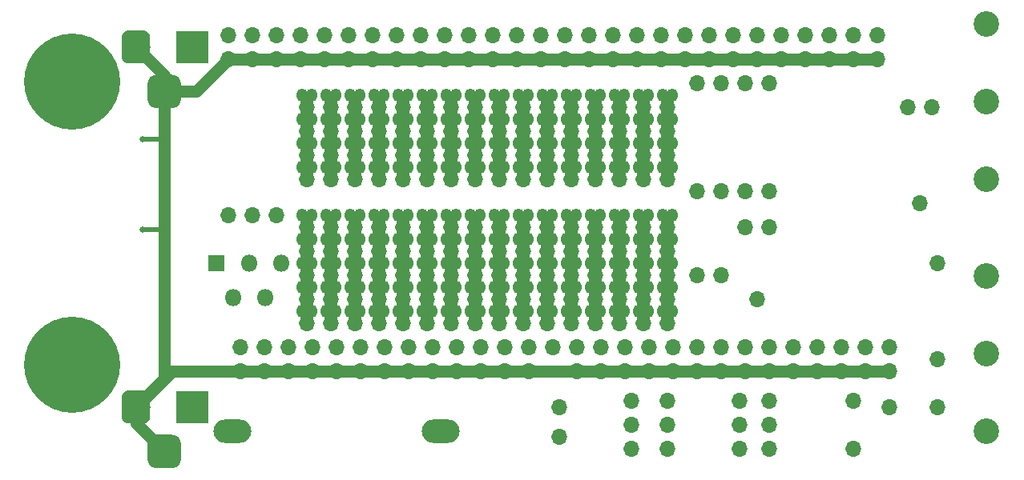
<source format=gbl>
G04 #@! TF.GenerationSoftware,KiCad,Pcbnew,5.0.2+dfsg1-1~bpo9+1*
G04 #@! TF.CreationDate,2020-03-15T02:37:36-04:00*
G04 #@! TF.ProjectId,EDIT_C,45444954-5f43-42e6-9b69-6361645f7063,0.10.a*
G04 #@! TF.SameCoordinates,Original*
G04 #@! TF.FileFunction,Copper,L2,Bot*
G04 #@! TF.FilePolarity,Positive*
%FSLAX46Y46*%
G04 Gerber Fmt 4.6, Leading zero omitted, Abs format (unit mm)*
G04 Created by KiCad (PCBNEW 5.0.2+dfsg1-1~bpo9+1) date Sun 15 Mar 2020 02:37:36 AM EDT*
%MOMM*%
%LPD*%
G01*
G04 APERTURE LIST*
G04 #@! TA.AperFunction,ComponentPad*
%ADD10O,1.700000X1.700000*%
G04 #@! TD*
G04 #@! TA.AperFunction,ComponentPad*
%ADD11C,2.700000*%
G04 #@! TD*
G04 #@! TA.AperFunction,ComponentPad*
%ADD12O,1.200000X1.400000*%
G04 #@! TD*
G04 #@! TA.AperFunction,ComponentPad*
%ADD13R,3.500000X3.500000*%
G04 #@! TD*
G04 #@! TA.AperFunction,Conductor*
%ADD14C,0.150000*%
G04 #@! TD*
G04 #@! TA.AperFunction,ComponentPad*
%ADD15C,3.000000*%
G04 #@! TD*
G04 #@! TA.AperFunction,ComponentPad*
%ADD16C,3.500000*%
G04 #@! TD*
G04 #@! TA.AperFunction,ComponentPad*
%ADD17O,4.000500X2.499360*%
G04 #@! TD*
G04 #@! TA.AperFunction,ComponentPad*
%ADD18O,1.800000X1.800000*%
G04 #@! TD*
G04 #@! TA.AperFunction,ComponentPad*
%ADD19R,1.800000X1.800000*%
G04 #@! TD*
G04 #@! TA.AperFunction,ComponentPad*
%ADD20C,10.160000*%
G04 #@! TD*
G04 #@! TA.AperFunction,ViaPad*
%ADD21C,0.635000*%
G04 #@! TD*
G04 #@! TA.AperFunction,Conductor*
%ADD22C,0.406400*%
G04 #@! TD*
G04 #@! TA.AperFunction,Conductor*
%ADD23C,1.270000*%
G04 #@! TD*
G04 #@! TA.AperFunction,Conductor*
%ADD24C,0.508000*%
G04 #@! TD*
G04 APERTURE END LIST*
D10*
G04 #@! TO.P,REF\002A\002A,1*
G04 #@! TO.N,N/C*
X109220000Y-91440000D03*
G04 #@! TD*
G04 #@! TO.P,REF\002A\002A,1*
G04 #@! TO.N,N/C*
X109220000Y-101600000D03*
G04 #@! TD*
G04 #@! TO.P,REF\002A\002A,1*
G04 #@! TO.N,N/C*
X107315000Y-85090000D03*
G04 #@! TD*
G04 #@! TO.P,REF\002A\002A,1*
G04 #@! TO.N,N/C*
X108585000Y-74930000D03*
G04 #@! TD*
G04 #@! TO.P,REF\002A\002A,1*
G04 #@! TO.N,N/C*
X106045000Y-74930000D03*
G04 #@! TD*
G04 #@! TO.P,REF\002A\002A,1*
G04 #@! TO.N,N/C*
X83820000Y-72390000D03*
G04 #@! TD*
G04 #@! TO.P,REF\002A\002A,1*
G04 #@! TO.N,N/C*
X39370000Y-86360000D03*
G04 #@! TD*
G04 #@! TO.P,REF\002A\002A,1*
G04 #@! TO.N,N/C*
X36830000Y-86360000D03*
G04 #@! TD*
G04 #@! TO.P,REF\002A\002A,1*
G04 #@! TO.N,N/C*
X34290000Y-86360000D03*
G04 #@! TD*
G04 #@! TO.P,REF\002A\002A,1*
G04 #@! TO.N,N/C*
X109220000Y-106680000D03*
G04 #@! TD*
G04 #@! TO.P,REF\002A\002A,1*
G04 #@! TO.N,N/C*
X104140000Y-106680000D03*
G04 #@! TD*
G04 #@! TO.P,REF\002A\002A,1*
G04 #@! TO.N,N/C*
X86360000Y-92710000D03*
G04 #@! TD*
G04 #@! TO.P,REF\002A\002A,1*
G04 #@! TO.N,N/C*
X83820000Y-92710000D03*
G04 #@! TD*
G04 #@! TO.P,REF\002A\002A,1*
G04 #@! TO.N,N/C*
X90170000Y-95250000D03*
G04 #@! TD*
G04 #@! TO.P,REF\002A\002A,1*
G04 #@! TO.N,N/C*
X91440000Y-87630000D03*
G04 #@! TD*
G04 #@! TO.P,REF\002A\002A,1*
G04 #@! TO.N,N/C*
X88900000Y-87630000D03*
G04 #@! TD*
D11*
G04 #@! TO.P,J47,3*
G04 #@! TO.N,N/C*
X114380000Y-109290000D03*
G04 #@! TO.P,J47,2*
X114380000Y-101040000D03*
G04 #@! TO.P,J47,1*
X114380000Y-92790000D03*
G04 #@! TD*
D10*
G04 #@! TO.P,REF\002A\002A,1*
G04 #@! TO.N,N/C*
X88900000Y-72390000D03*
G04 #@! TD*
G04 #@! TO.P,REF\002A\002A,1*
G04 #@! TO.N,N/C*
X91440000Y-72390000D03*
G04 #@! TD*
G04 #@! TO.P,REF\002A\002A,1*
G04 #@! TO.N,N/C*
X86360000Y-72390000D03*
G04 #@! TD*
G04 #@! TO.P,REF\002A\002A,1*
G04 #@! TO.N,N/C*
X88900000Y-83820000D03*
G04 #@! TD*
G04 #@! TO.P,REF\002A\002A,1*
G04 #@! TO.N,N/C*
X91440000Y-83820000D03*
G04 #@! TD*
G04 #@! TO.P,REF\002A\002A,1*
G04 #@! TO.N,N/C*
X86360000Y-83820000D03*
G04 #@! TD*
G04 #@! TO.P,REF\002A\002A,1*
G04 #@! TO.N,N/C*
X83820000Y-83820000D03*
G04 #@! TD*
G04 #@! TO.P,REF\002A\002A,1*
G04 #@! TO.N,N/C*
X91440000Y-108585000D03*
G04 #@! TD*
G04 #@! TO.P,REF\002A\002A,1*
G04 #@! TO.N,N/C*
X91440000Y-106045000D03*
G04 #@! TD*
G04 #@! TO.P,REF\002A\002A,1*
G04 #@! TO.N,N/C*
X91440000Y-111125000D03*
G04 #@! TD*
G04 #@! TO.P,REF\002A\002A,1*
G04 #@! TO.N,N/C*
X100330000Y-111125000D03*
G04 #@! TD*
G04 #@! TO.P,REF\002A\002A,1*
G04 #@! TO.N,N/C*
X100330000Y-106045000D03*
G04 #@! TD*
G04 #@! TO.P,REF\002A\002A,1*
G04 #@! TO.N,N/C*
X80645000Y-108585000D03*
G04 #@! TD*
G04 #@! TO.P,REF\002A\002A,1*
G04 #@! TO.N,N/C*
X80645000Y-106045000D03*
G04 #@! TD*
G04 #@! TO.P,REF\002A\002A,1*
G04 #@! TO.N,N/C*
X80645000Y-111125000D03*
G04 #@! TD*
G04 #@! TO.P,REF\002A\002A,1*
G04 #@! TO.N,N/C*
X88265000Y-108585000D03*
G04 #@! TD*
G04 #@! TO.P,REF\002A\002A,1*
G04 #@! TO.N,N/C*
X88265000Y-111125000D03*
G04 #@! TD*
G04 #@! TO.P,REF\002A\002A,1*
G04 #@! TO.N,N/C*
X88265000Y-106045000D03*
G04 #@! TD*
G04 #@! TO.P,REF\002A\002A,1*
G04 #@! TO.N,N/C*
X76835000Y-106045000D03*
G04 #@! TD*
G04 #@! TO.P,REF\002A\002A,1*
G04 #@! TO.N,N/C*
X76835000Y-108585000D03*
G04 #@! TD*
G04 #@! TO.P,REF\002A\002A,1*
G04 #@! TO.N,N/C*
X76835000Y-111125000D03*
G04 #@! TD*
G04 #@! TO.P,REF\002A\002A,1*
G04 #@! TO.N,N/C*
X69215000Y-109855000D03*
G04 #@! TD*
G04 #@! TO.P,REF\002A\002A,1*
G04 #@! TO.N,N/C*
X69215000Y-106680000D03*
G04 #@! TD*
G04 #@! TO.P,REF\002A\002A,1*
G04 #@! TO.N,N/C*
X90170000Y-67310000D03*
G04 #@! TD*
G04 #@! TO.P,REF\002A\002A,1*
G04 #@! TO.N,N/C*
X87630000Y-69850000D03*
G04 #@! TD*
G04 #@! TO.P,REF\002A\002A,1*
G04 #@! TO.N,N/C*
X82550000Y-69850000D03*
G04 #@! TD*
G04 #@! TO.P,REF\002A\002A,1*
G04 #@! TO.N,N/C*
X97790000Y-69850000D03*
G04 #@! TD*
G04 #@! TO.P,REF\002A\002A,1*
G04 #@! TO.N,N/C*
X69850000Y-67310000D03*
G04 #@! TD*
G04 #@! TO.P,REF\002A\002A,1*
G04 #@! TO.N,N/C*
X85090000Y-67310000D03*
G04 #@! TD*
G04 #@! TO.P,REF\002A\002A,1*
G04 #@! TO.N,N/C*
X87630000Y-67310000D03*
G04 #@! TD*
G04 #@! TO.P,REF\002A\002A,1*
G04 #@! TO.N,N/C*
X92710000Y-67310000D03*
G04 #@! TD*
G04 #@! TO.P,REF\002A\002A,1*
G04 #@! TO.N,N/C*
X82550000Y-67310000D03*
G04 #@! TD*
G04 #@! TO.P,REF\002A\002A,1*
G04 #@! TO.N,N/C*
X72390000Y-69850000D03*
G04 #@! TD*
G04 #@! TO.P,REF\002A\002A,1*
G04 #@! TO.N,N/C*
X90170000Y-69850000D03*
G04 #@! TD*
G04 #@! TO.P,REF\002A\002A,1*
G04 #@! TO.N,N/C*
X95250000Y-69850000D03*
G04 #@! TD*
G04 #@! TO.P,REF\002A\002A,1*
G04 #@! TO.N,N/C*
X102870000Y-69850000D03*
G04 #@! TD*
G04 #@! TO.P,REF\002A\002A,1*
G04 #@! TO.N,N/C*
X69850000Y-69850000D03*
G04 #@! TD*
G04 #@! TO.P,REF\002A\002A,1*
G04 #@! TO.N,N/C*
X95250000Y-67310000D03*
G04 #@! TD*
G04 #@! TO.P,REF\002A\002A,1*
G04 #@! TO.N,N/C*
X74930000Y-67310000D03*
G04 #@! TD*
G04 #@! TO.P,REF\002A\002A,1*
G04 #@! TO.N,N/C*
X92710000Y-69850000D03*
G04 #@! TD*
G04 #@! TO.P,REF\002A\002A,1*
G04 #@! TO.N,N/C*
X77470000Y-69850000D03*
G04 #@! TD*
G04 #@! TO.P,REF\002A\002A,1*
G04 #@! TO.N,N/C*
X102870000Y-67310000D03*
G04 #@! TD*
G04 #@! TO.P,REF\002A\002A,1*
G04 #@! TO.N,N/C*
X77470000Y-67310000D03*
G04 #@! TD*
G04 #@! TO.P,REF\002A\002A,1*
G04 #@! TO.N,N/C*
X80010000Y-67310000D03*
G04 #@! TD*
G04 #@! TO.P,REF\002A\002A,1*
G04 #@! TO.N,N/C*
X100330000Y-67310000D03*
G04 #@! TD*
G04 #@! TO.P,REF\002A\002A,1*
G04 #@! TO.N,N/C*
X72390000Y-67310000D03*
G04 #@! TD*
G04 #@! TO.P,REF\002A\002A,1*
G04 #@! TO.N,N/C*
X74930000Y-69850000D03*
G04 #@! TD*
G04 #@! TO.P,REF\002A\002A,1*
G04 #@! TO.N,N/C*
X80010000Y-69850000D03*
G04 #@! TD*
G04 #@! TO.P,REF\002A\002A,1*
G04 #@! TO.N,N/C*
X100330000Y-69850000D03*
G04 #@! TD*
G04 #@! TO.P,REF\002A\002A,1*
G04 #@! TO.N,N/C*
X97790000Y-67310000D03*
G04 #@! TD*
G04 #@! TO.P,REF\002A\002A,1*
G04 #@! TO.N,N/C*
X85090000Y-69850000D03*
G04 #@! TD*
G04 #@! TO.P,REF\002A\002A,1*
G04 #@! TO.N,N/C*
X104140000Y-102870000D03*
G04 #@! TD*
G04 #@! TO.P,REF\002A\002A,1*
G04 #@! TO.N,N/C*
X81280000Y-102870000D03*
G04 #@! TD*
G04 #@! TO.P,REF\002A\002A,1*
G04 #@! TO.N,N/C*
X76200000Y-102870000D03*
G04 #@! TD*
G04 #@! TO.P,REF\002A\002A,1*
G04 #@! TO.N,N/C*
X96520000Y-102870000D03*
G04 #@! TD*
G04 #@! TO.P,REF\002A\002A,1*
G04 #@! TO.N,N/C*
X71120000Y-102870000D03*
G04 #@! TD*
G04 #@! TO.P,REF\002A\002A,1*
G04 #@! TO.N,N/C*
X91440000Y-102870000D03*
G04 #@! TD*
G04 #@! TO.P,REF\002A\002A,1*
G04 #@! TO.N,N/C*
X99060000Y-102870000D03*
G04 #@! TD*
G04 #@! TO.P,REF\002A\002A,1*
G04 #@! TO.N,N/C*
X78740000Y-102870000D03*
G04 #@! TD*
G04 #@! TO.P,REF\002A\002A,1*
G04 #@! TO.N,N/C*
X93980000Y-102870000D03*
G04 #@! TD*
G04 #@! TO.P,REF\002A\002A,1*
G04 #@! TO.N,N/C*
X101600000Y-102870000D03*
G04 #@! TD*
G04 #@! TO.P,REF\002A\002A,1*
G04 #@! TO.N,N/C*
X73660000Y-102870000D03*
G04 #@! TD*
G04 #@! TO.P,REF\002A\002A,1*
G04 #@! TO.N,N/C*
X86360000Y-102870000D03*
G04 #@! TD*
G04 #@! TO.P,REF\002A\002A,1*
G04 #@! TO.N,N/C*
X88900000Y-102870000D03*
G04 #@! TD*
G04 #@! TO.P,REF\002A\002A,1*
G04 #@! TO.N,N/C*
X83820000Y-102870000D03*
G04 #@! TD*
G04 #@! TO.P,REF\002A\002A,1*
G04 #@! TO.N,N/C*
X96520000Y-100330000D03*
G04 #@! TD*
G04 #@! TO.P,REF\002A\002A,1*
G04 #@! TO.N,N/C*
X91440000Y-100330000D03*
G04 #@! TD*
G04 #@! TO.P,REF\002A\002A,1*
G04 #@! TO.N,N/C*
X104140000Y-100330000D03*
G04 #@! TD*
G04 #@! TO.P,REF\002A\002A,1*
G04 #@! TO.N,N/C*
X86360000Y-100330000D03*
G04 #@! TD*
G04 #@! TO.P,REF\002A\002A,1*
G04 #@! TO.N,N/C*
X88900000Y-100330000D03*
G04 #@! TD*
G04 #@! TO.P,REF\002A\002A,1*
G04 #@! TO.N,N/C*
X73660000Y-100330000D03*
G04 #@! TD*
G04 #@! TO.P,REF\002A\002A,1*
G04 #@! TO.N,N/C*
X78740000Y-100330000D03*
G04 #@! TD*
G04 #@! TO.P,REF\002A\002A,1*
G04 #@! TO.N,N/C*
X93980000Y-100330000D03*
G04 #@! TD*
G04 #@! TO.P,REF\002A\002A,1*
G04 #@! TO.N,N/C*
X81280000Y-100330000D03*
G04 #@! TD*
G04 #@! TO.P,REF\002A\002A,1*
G04 #@! TO.N,N/C*
X99060000Y-100330000D03*
G04 #@! TD*
G04 #@! TO.P,REF\002A\002A,1*
G04 #@! TO.N,N/C*
X76200000Y-100330000D03*
G04 #@! TD*
G04 #@! TO.P,REF\002A\002A,1*
G04 #@! TO.N,N/C*
X101600000Y-100330000D03*
G04 #@! TD*
G04 #@! TO.P,REF\002A\002A,1*
G04 #@! TO.N,N/C*
X83820000Y-100330000D03*
G04 #@! TD*
G04 #@! TO.P,REF\002A\002A,1*
G04 #@! TO.N,N/C*
X71120000Y-100330000D03*
G04 #@! TD*
G04 #@! TO.P,REF\002A\002A,1*
G04 #@! TO.N,N/C*
X70485000Y-92710000D03*
G04 #@! TD*
G04 #@! TO.P,REF\002A\002A,1*
G04 #@! TO.N,N/C*
X78105000Y-74930000D03*
G04 #@! TD*
G04 #@! TO.P,REF\002A\002A,1*
G04 #@! TO.N,N/C*
X73025000Y-97790000D03*
G04 #@! TD*
G04 #@! TO.P,REF\002A\002A,1*
G04 #@! TO.N,N/C*
X78105000Y-80010000D03*
G04 #@! TD*
G04 #@! TO.P,REF\002A\002A,1*
G04 #@! TO.N,N/C*
X70485000Y-80010000D03*
G04 #@! TD*
G04 #@! TO.P,REF\002A\002A,1*
G04 #@! TO.N,N/C*
X75565000Y-77470000D03*
G04 #@! TD*
G04 #@! TO.P,REF\002A\002A,1*
G04 #@! TO.N,N/C*
X75565000Y-74930000D03*
G04 #@! TD*
G04 #@! TO.P,REF\002A\002A,1*
G04 #@! TO.N,N/C*
X67945000Y-82550000D03*
G04 #@! TD*
G04 #@! TO.P,REF\002A\002A,1*
G04 #@! TO.N,N/C*
X65405000Y-82550000D03*
G04 #@! TD*
G04 #@! TO.P,REF\002A\002A,1*
G04 #@! TO.N,N/C*
X67945000Y-80010000D03*
G04 #@! TD*
G04 #@! TO.P,REF\002A\002A,1*
G04 #@! TO.N,N/C*
X67945000Y-77470000D03*
G04 #@! TD*
G04 #@! TO.P,REF\002A\002A,1*
G04 #@! TO.N,N/C*
X65405000Y-77470000D03*
G04 #@! TD*
D12*
G04 #@! TO.P,P?,8*
G04 #@! TO.N,N/C*
X81180000Y-78740000D03*
G04 #@! TO.P,P?,7*
X80110000Y-78740000D03*
G04 #@! TO.P,P?,6*
X78640000Y-78740000D03*
G04 #@! TO.P,P?,5*
X77570000Y-78740000D03*
G04 #@! TO.P,P?,4*
X76100000Y-78740000D03*
G04 #@! TO.P,P?,3*
X75030000Y-78740000D03*
G04 #@! TO.P,P?,2*
X73560000Y-78740000D03*
G04 #@! TO.P,P?,1*
X72490000Y-78740000D03*
G04 #@! TD*
D10*
G04 #@! TO.P,REF\002A\002A,1*
G04 #@! TO.N,N/C*
X73025000Y-95250000D03*
G04 #@! TD*
G04 #@! TO.P,REF\002A\002A,1*
G04 #@! TO.N,N/C*
X80645000Y-77470000D03*
G04 #@! TD*
G04 #@! TO.P,REF\002A\002A,1*
G04 #@! TO.N,N/C*
X62865000Y-80010000D03*
G04 #@! TD*
G04 #@! TO.P,REF\002A\002A,1*
G04 #@! TO.N,N/C*
X80645000Y-80010000D03*
G04 #@! TD*
D12*
G04 #@! TO.P,P?,8*
G04 #@! TO.N,N/C*
X81180000Y-73660000D03*
G04 #@! TO.P,P?,7*
X80110000Y-73660000D03*
G04 #@! TO.P,P?,6*
X78640000Y-73660000D03*
G04 #@! TO.P,P?,5*
X77570000Y-73660000D03*
G04 #@! TO.P,P?,4*
X76100000Y-73660000D03*
G04 #@! TO.P,P?,3*
X75030000Y-73660000D03*
G04 #@! TO.P,P?,2*
X73560000Y-73660000D03*
G04 #@! TO.P,P?,1*
X72490000Y-73660000D03*
G04 #@! TD*
G04 #@! TO.P,P?,8*
G04 #@! TO.N,N/C*
X81180000Y-81280000D03*
G04 #@! TO.P,P?,7*
X80110000Y-81280000D03*
G04 #@! TO.P,P?,6*
X78640000Y-81280000D03*
G04 #@! TO.P,P?,5*
X77570000Y-81280000D03*
G04 #@! TO.P,P?,4*
X76100000Y-81280000D03*
G04 #@! TO.P,P?,3*
X75030000Y-81280000D03*
G04 #@! TO.P,P?,2*
X73560000Y-81280000D03*
G04 #@! TO.P,P?,1*
X72490000Y-81280000D03*
G04 #@! TD*
D10*
G04 #@! TO.P,REF\002A\002A,1*
G04 #@! TO.N,N/C*
X62865000Y-82550000D03*
G04 #@! TD*
G04 #@! TO.P,REF\002A\002A,1*
G04 #@! TO.N,N/C*
X62865000Y-74930000D03*
G04 #@! TD*
G04 #@! TO.P,REF\002A\002A,1*
G04 #@! TO.N,N/C*
X78105000Y-97790000D03*
G04 #@! TD*
G04 #@! TO.P,REF\002A\002A,1*
G04 #@! TO.N,N/C*
X65405000Y-90170000D03*
G04 #@! TD*
G04 #@! TO.P,REF\002A\002A,1*
G04 #@! TO.N,N/C*
X67945000Y-74930000D03*
G04 #@! TD*
G04 #@! TO.P,REF\002A\002A,1*
G04 #@! TO.N,N/C*
X75565000Y-82550000D03*
G04 #@! TD*
G04 #@! TO.P,REF\002A\002A,1*
G04 #@! TO.N,N/C*
X78105000Y-90170000D03*
G04 #@! TD*
G04 #@! TO.P,REF\002A\002A,1*
G04 #@! TO.N,N/C*
X65405000Y-97790000D03*
G04 #@! TD*
G04 #@! TO.P,REF\002A\002A,1*
G04 #@! TO.N,N/C*
X62865000Y-87630000D03*
G04 #@! TD*
G04 #@! TO.P,REF\002A\002A,1*
G04 #@! TO.N,N/C*
X62865000Y-90170000D03*
G04 #@! TD*
G04 #@! TO.P,REF\002A\002A,1*
G04 #@! TO.N,N/C*
X67945000Y-95250000D03*
G04 #@! TD*
G04 #@! TO.P,REF\002A\002A,1*
G04 #@! TO.N,N/C*
X67945000Y-92710000D03*
G04 #@! TD*
G04 #@! TO.P,REF\002A\002A,1*
G04 #@! TO.N,N/C*
X70485000Y-97790000D03*
G04 #@! TD*
G04 #@! TO.P,REF\002A\002A,1*
G04 #@! TO.N,N/C*
X70485000Y-90170000D03*
G04 #@! TD*
G04 #@! TO.P,REF\002A\002A,1*
G04 #@! TO.N,N/C*
X78105000Y-92710000D03*
G04 #@! TD*
G04 #@! TO.P,REF\002A\002A,1*
G04 #@! TO.N,N/C*
X70485000Y-74930000D03*
G04 #@! TD*
G04 #@! TO.P,REF\002A\002A,1*
G04 #@! TO.N,N/C*
X78105000Y-77470000D03*
G04 #@! TD*
D12*
G04 #@! TO.P,P?,1*
G04 #@! TO.N,N/C*
X62330000Y-73660000D03*
G04 #@! TO.P,P?,2*
X63400000Y-73660000D03*
G04 #@! TO.P,P?,3*
X64870000Y-73660000D03*
G04 #@! TO.P,P?,4*
X65940000Y-73660000D03*
G04 #@! TO.P,P?,5*
X67410000Y-73660000D03*
G04 #@! TO.P,P?,6*
X68480000Y-73660000D03*
G04 #@! TO.P,P?,7*
X69950000Y-73660000D03*
G04 #@! TO.P,P?,8*
X71020000Y-73660000D03*
G04 #@! TD*
G04 #@! TO.P,P?,1*
G04 #@! TO.N,N/C*
X62330000Y-81280000D03*
G04 #@! TO.P,P?,2*
X63400000Y-81280000D03*
G04 #@! TO.P,P?,3*
X64870000Y-81280000D03*
G04 #@! TO.P,P?,4*
X65940000Y-81280000D03*
G04 #@! TO.P,P?,5*
X67410000Y-81280000D03*
G04 #@! TO.P,P?,6*
X68480000Y-81280000D03*
G04 #@! TO.P,P?,7*
X69950000Y-81280000D03*
G04 #@! TO.P,P?,8*
X71020000Y-81280000D03*
G04 #@! TD*
D10*
G04 #@! TO.P,REF\002A\002A,1*
G04 #@! TO.N,N/C*
X75565000Y-92710000D03*
G04 #@! TD*
G04 #@! TO.P,REF\002A\002A,1*
G04 #@! TO.N,N/C*
X75565000Y-90170000D03*
G04 #@! TD*
G04 #@! TO.P,REF\002A\002A,1*
G04 #@! TO.N,N/C*
X70485000Y-77470000D03*
G04 #@! TD*
G04 #@! TO.P,REF\002A\002A,1*
G04 #@! TO.N,N/C*
X73025000Y-82550000D03*
G04 #@! TD*
G04 #@! TO.P,REF\002A\002A,1*
G04 #@! TO.N,N/C*
X70485000Y-95250000D03*
G04 #@! TD*
G04 #@! TO.P,REF\002A\002A,1*
G04 #@! TO.N,N/C*
X80645000Y-82550000D03*
G04 #@! TD*
G04 #@! TO.P,REF\002A\002A,1*
G04 #@! TO.N,N/C*
X80645000Y-74930000D03*
G04 #@! TD*
G04 #@! TO.P,REF\002A\002A,1*
G04 #@! TO.N,N/C*
X62865000Y-95250000D03*
G04 #@! TD*
D12*
G04 #@! TO.P,P?,1*
G04 #@! TO.N,N/C*
X62330000Y-76200000D03*
G04 #@! TO.P,P?,2*
X63400000Y-76200000D03*
G04 #@! TO.P,P?,3*
X64870000Y-76200000D03*
G04 #@! TO.P,P?,4*
X65940000Y-76200000D03*
G04 #@! TO.P,P?,5*
X67410000Y-76200000D03*
G04 #@! TO.P,P?,6*
X68480000Y-76200000D03*
G04 #@! TO.P,P?,7*
X69950000Y-76200000D03*
G04 #@! TO.P,P?,8*
X71020000Y-76200000D03*
G04 #@! TD*
D10*
G04 #@! TO.P,REF\002A\002A,1*
G04 #@! TO.N,N/C*
X62865000Y-92710000D03*
G04 #@! TD*
G04 #@! TO.P,REF\002A\002A,1*
G04 #@! TO.N,N/C*
X73025000Y-80010000D03*
G04 #@! TD*
D12*
G04 #@! TO.P,P?,1*
G04 #@! TO.N,N/C*
X72490000Y-86360000D03*
G04 #@! TO.P,P?,2*
X73560000Y-86360000D03*
G04 #@! TO.P,P?,3*
X75030000Y-86360000D03*
G04 #@! TO.P,P?,4*
X76100000Y-86360000D03*
G04 #@! TO.P,P?,5*
X77570000Y-86360000D03*
G04 #@! TO.P,P?,6*
X78640000Y-86360000D03*
G04 #@! TO.P,P?,7*
X80110000Y-86360000D03*
G04 #@! TO.P,P?,8*
X81180000Y-86360000D03*
G04 #@! TD*
D10*
G04 #@! TO.P,REF\002A\002A,1*
G04 #@! TO.N,N/C*
X75565000Y-95250000D03*
G04 #@! TD*
G04 #@! TO.P,REF\002A\002A,1*
G04 #@! TO.N,N/C*
X80645000Y-97790000D03*
G04 #@! TD*
G04 #@! TO.P,REF\002A\002A,1*
G04 #@! TO.N,N/C*
X80645000Y-90170000D03*
G04 #@! TD*
D12*
G04 #@! TO.P,P?,1*
G04 #@! TO.N,N/C*
X62330000Y-78740000D03*
G04 #@! TO.P,P?,2*
X63400000Y-78740000D03*
G04 #@! TO.P,P?,3*
X64870000Y-78740000D03*
G04 #@! TO.P,P?,4*
X65940000Y-78740000D03*
G04 #@! TO.P,P?,5*
X67410000Y-78740000D03*
G04 #@! TO.P,P?,6*
X68480000Y-78740000D03*
G04 #@! TO.P,P?,7*
X69950000Y-78740000D03*
G04 #@! TO.P,P?,8*
X71020000Y-78740000D03*
G04 #@! TD*
D10*
G04 #@! TO.P,REF\002A\002A,1*
G04 #@! TO.N,N/C*
X80645000Y-95250000D03*
G04 #@! TD*
G04 #@! TO.P,REF\002A\002A,1*
G04 #@! TO.N,N/C*
X73025000Y-92710000D03*
G04 #@! TD*
D12*
G04 #@! TO.P,P?,1*
G04 #@! TO.N,N/C*
X72490000Y-91440000D03*
G04 #@! TO.P,P?,2*
X73560000Y-91440000D03*
G04 #@! TO.P,P?,3*
X75030000Y-91440000D03*
G04 #@! TO.P,P?,4*
X76100000Y-91440000D03*
G04 #@! TO.P,P?,5*
X77570000Y-91440000D03*
G04 #@! TO.P,P?,6*
X78640000Y-91440000D03*
G04 #@! TO.P,P?,7*
X80110000Y-91440000D03*
G04 #@! TO.P,P?,8*
X81180000Y-91440000D03*
G04 #@! TD*
D10*
G04 #@! TO.P,REF\002A\002A,1*
G04 #@! TO.N,N/C*
X62865000Y-77470000D03*
G04 #@! TD*
G04 #@! TO.P,REF\002A\002A,1*
G04 #@! TO.N,N/C*
X75565000Y-97790000D03*
G04 #@! TD*
G04 #@! TO.P,REF\002A\002A,1*
G04 #@! TO.N,N/C*
X78105000Y-95250000D03*
G04 #@! TD*
G04 #@! TO.P,REF\002A\002A,1*
G04 #@! TO.N,N/C*
X78105000Y-87630000D03*
G04 #@! TD*
D12*
G04 #@! TO.P,P?,1*
G04 #@! TO.N,N/C*
X72490000Y-88900000D03*
G04 #@! TO.P,P?,2*
X73560000Y-88900000D03*
G04 #@! TO.P,P?,3*
X75030000Y-88900000D03*
G04 #@! TO.P,P?,4*
X76100000Y-88900000D03*
G04 #@! TO.P,P?,5*
X77570000Y-88900000D03*
G04 #@! TO.P,P?,6*
X78640000Y-88900000D03*
G04 #@! TO.P,P?,7*
X80110000Y-88900000D03*
G04 #@! TO.P,P?,8*
X81180000Y-88900000D03*
G04 #@! TD*
G04 #@! TO.P,P?,1*
G04 #@! TO.N,N/C*
X72490000Y-96520000D03*
G04 #@! TO.P,P?,2*
X73560000Y-96520000D03*
G04 #@! TO.P,P?,3*
X75030000Y-96520000D03*
G04 #@! TO.P,P?,4*
X76100000Y-96520000D03*
G04 #@! TO.P,P?,5*
X77570000Y-96520000D03*
G04 #@! TO.P,P?,6*
X78640000Y-96520000D03*
G04 #@! TO.P,P?,7*
X80110000Y-96520000D03*
G04 #@! TO.P,P?,8*
X81180000Y-96520000D03*
G04 #@! TD*
D10*
G04 #@! TO.P,REF\002A\002A,1*
G04 #@! TO.N,N/C*
X65405000Y-95250000D03*
G04 #@! TD*
G04 #@! TO.P,REF\002A\002A,1*
G04 #@! TO.N,N/C*
X65405000Y-92710000D03*
G04 #@! TD*
G04 #@! TO.P,REF\002A\002A,1*
G04 #@! TO.N,N/C*
X73025000Y-77470000D03*
G04 #@! TD*
D12*
G04 #@! TO.P,P?,8*
G04 #@! TO.N,N/C*
X81180000Y-76200000D03*
G04 #@! TO.P,P?,7*
X80110000Y-76200000D03*
G04 #@! TO.P,P?,6*
X78640000Y-76200000D03*
G04 #@! TO.P,P?,5*
X77570000Y-76200000D03*
G04 #@! TO.P,P?,4*
X76100000Y-76200000D03*
G04 #@! TO.P,P?,3*
X75030000Y-76200000D03*
G04 #@! TO.P,P?,2*
X73560000Y-76200000D03*
G04 #@! TO.P,P?,1*
X72490000Y-76200000D03*
G04 #@! TD*
G04 #@! TO.P,P?,1*
G04 #@! TO.N,N/C*
X72490000Y-93980000D03*
G04 #@! TO.P,P?,2*
X73560000Y-93980000D03*
G04 #@! TO.P,P?,3*
X75030000Y-93980000D03*
G04 #@! TO.P,P?,4*
X76100000Y-93980000D03*
G04 #@! TO.P,P?,5*
X77570000Y-93980000D03*
G04 #@! TO.P,P?,6*
X78640000Y-93980000D03*
G04 #@! TO.P,P?,7*
X80110000Y-93980000D03*
G04 #@! TO.P,P?,8*
X81180000Y-93980000D03*
G04 #@! TD*
D10*
G04 #@! TO.P,REF\002A\002A,1*
G04 #@! TO.N,N/C*
X67945000Y-97790000D03*
G04 #@! TD*
G04 #@! TO.P,REF\002A\002A,1*
G04 #@! TO.N,N/C*
X78105000Y-82550000D03*
G04 #@! TD*
G04 #@! TO.P,REF\002A\002A,1*
G04 #@! TO.N,N/C*
X65405000Y-74930000D03*
G04 #@! TD*
G04 #@! TO.P,REF\002A\002A,1*
G04 #@! TO.N,N/C*
X62865000Y-97790000D03*
G04 #@! TD*
G04 #@! TO.P,REF\002A\002A,1*
G04 #@! TO.N,N/C*
X65405000Y-80010000D03*
G04 #@! TD*
G04 #@! TO.P,REF\002A\002A,1*
G04 #@! TO.N,N/C*
X67945000Y-90170000D03*
G04 #@! TD*
G04 #@! TO.P,REF\002A\002A,1*
G04 #@! TO.N,N/C*
X75565000Y-80010000D03*
G04 #@! TD*
G04 #@! TO.P,REF\002A\002A,1*
G04 #@! TO.N,N/C*
X67945000Y-87630000D03*
G04 #@! TD*
G04 #@! TO.P,REF\002A\002A,1*
G04 #@! TO.N,N/C*
X73025000Y-90170000D03*
G04 #@! TD*
G04 #@! TO.P,REF\002A\002A,1*
G04 #@! TO.N,N/C*
X80645000Y-92710000D03*
G04 #@! TD*
G04 #@! TO.P,REF\002A\002A,1*
G04 #@! TO.N,N/C*
X75565000Y-87630000D03*
G04 #@! TD*
G04 #@! TO.P,REF\002A\002A,1*
G04 #@! TO.N,N/C*
X80645000Y-87630000D03*
G04 #@! TD*
D12*
G04 #@! TO.P,P?,8*
G04 #@! TO.N,N/C*
X71020000Y-88900000D03*
G04 #@! TO.P,P?,7*
X69950000Y-88900000D03*
G04 #@! TO.P,P?,6*
X68480000Y-88900000D03*
G04 #@! TO.P,P?,5*
X67410000Y-88900000D03*
G04 #@! TO.P,P?,4*
X65940000Y-88900000D03*
G04 #@! TO.P,P?,3*
X64870000Y-88900000D03*
G04 #@! TO.P,P?,2*
X63400000Y-88900000D03*
G04 #@! TO.P,P?,1*
X62330000Y-88900000D03*
G04 #@! TD*
G04 #@! TO.P,P?,8*
G04 #@! TO.N,N/C*
X71020000Y-96520000D03*
G04 #@! TO.P,P?,7*
X69950000Y-96520000D03*
G04 #@! TO.P,P?,6*
X68480000Y-96520000D03*
G04 #@! TO.P,P?,5*
X67410000Y-96520000D03*
G04 #@! TO.P,P?,4*
X65940000Y-96520000D03*
G04 #@! TO.P,P?,3*
X64870000Y-96520000D03*
G04 #@! TO.P,P?,2*
X63400000Y-96520000D03*
G04 #@! TO.P,P?,1*
X62330000Y-96520000D03*
G04 #@! TD*
G04 #@! TO.P,P?,8*
G04 #@! TO.N,N/C*
X71020000Y-86360000D03*
G04 #@! TO.P,P?,7*
X69950000Y-86360000D03*
G04 #@! TO.P,P?,6*
X68480000Y-86360000D03*
G04 #@! TO.P,P?,5*
X67410000Y-86360000D03*
G04 #@! TO.P,P?,4*
X65940000Y-86360000D03*
G04 #@! TO.P,P?,3*
X64870000Y-86360000D03*
G04 #@! TO.P,P?,2*
X63400000Y-86360000D03*
G04 #@! TO.P,P?,1*
X62330000Y-86360000D03*
G04 #@! TD*
G04 #@! TO.P,P?,8*
G04 #@! TO.N,N/C*
X71020000Y-93980000D03*
G04 #@! TO.P,P?,7*
X69950000Y-93980000D03*
G04 #@! TO.P,P?,6*
X68480000Y-93980000D03*
G04 #@! TO.P,P?,5*
X67410000Y-93980000D03*
G04 #@! TO.P,P?,4*
X65940000Y-93980000D03*
G04 #@! TO.P,P?,3*
X64870000Y-93980000D03*
G04 #@! TO.P,P?,2*
X63400000Y-93980000D03*
G04 #@! TO.P,P?,1*
X62330000Y-93980000D03*
G04 #@! TD*
D10*
G04 #@! TO.P,REF\002A\002A,1*
G04 #@! TO.N,N/C*
X70485000Y-82550000D03*
G04 #@! TD*
G04 #@! TO.P,REF\002A\002A,1*
G04 #@! TO.N,N/C*
X73025000Y-74930000D03*
G04 #@! TD*
G04 #@! TO.P,REF\002A\002A,1*
G04 #@! TO.N,N/C*
X73025000Y-87630000D03*
G04 #@! TD*
D12*
G04 #@! TO.P,P?,8*
G04 #@! TO.N,N/C*
X71020000Y-91440000D03*
G04 #@! TO.P,P?,7*
X69950000Y-91440000D03*
G04 #@! TO.P,P?,6*
X68480000Y-91440000D03*
G04 #@! TO.P,P?,5*
X67410000Y-91440000D03*
G04 #@! TO.P,P?,4*
X65940000Y-91440000D03*
G04 #@! TO.P,P?,3*
X64870000Y-91440000D03*
G04 #@! TO.P,P?,2*
X63400000Y-91440000D03*
G04 #@! TO.P,P?,1*
X62330000Y-91440000D03*
G04 #@! TD*
D10*
G04 #@! TO.P,REF\002A\002A,1*
G04 #@! TO.N,N/C*
X65405000Y-87630000D03*
G04 #@! TD*
G04 #@! TO.P,REF\002A\002A,1*
G04 #@! TO.N,N/C*
X70485000Y-87630000D03*
G04 #@! TD*
G04 #@! TO.P,REF\002A\002A,1*
G04 #@! TO.N,N/C*
X50165000Y-77470000D03*
G04 #@! TD*
G04 #@! TO.P,REF\002A\002A,1*
G04 #@! TO.N,N/C*
X52705000Y-82550000D03*
G04 #@! TD*
G04 #@! TO.P,REF\002A\002A,1*
G04 #@! TO.N,N/C*
X52705000Y-80010000D03*
G04 #@! TD*
G04 #@! TO.P,REF\002A\002A,1*
G04 #@! TO.N,N/C*
X57785000Y-82550000D03*
G04 #@! TD*
G04 #@! TO.P,REF\002A\002A,1*
G04 #@! TO.N,N/C*
X45085000Y-74930000D03*
G04 #@! TD*
G04 #@! TO.P,REF\002A\002A,1*
G04 #@! TO.N,N/C*
X57785000Y-74930000D03*
G04 #@! TD*
G04 #@! TO.P,REF\002A\002A,1*
G04 #@! TO.N,N/C*
X45085000Y-82550000D03*
G04 #@! TD*
G04 #@! TO.P,REF\002A\002A,1*
G04 #@! TO.N,N/C*
X42545000Y-74930000D03*
G04 #@! TD*
G04 #@! TO.P,REF\002A\002A,1*
G04 #@! TO.N,N/C*
X47625000Y-80010000D03*
G04 #@! TD*
G04 #@! TO.P,REF\002A\002A,1*
G04 #@! TO.N,N/C*
X47625000Y-77470000D03*
G04 #@! TD*
G04 #@! TO.P,REF\002A\002A,1*
G04 #@! TO.N,N/C*
X50165000Y-82550000D03*
G04 #@! TD*
G04 #@! TO.P,REF\002A\002A,1*
G04 #@! TO.N,N/C*
X50165000Y-74930000D03*
G04 #@! TD*
G04 #@! TO.P,REF\002A\002A,1*
G04 #@! TO.N,N/C*
X57785000Y-77470000D03*
G04 #@! TD*
G04 #@! TO.P,REF\002A\002A,1*
G04 #@! TO.N,N/C*
X55245000Y-77470000D03*
G04 #@! TD*
G04 #@! TO.P,REF\002A\002A,1*
G04 #@! TO.N,N/C*
X55245000Y-74930000D03*
G04 #@! TD*
G04 #@! TO.P,REF\002A\002A,1*
G04 #@! TO.N,N/C*
X50165000Y-80010000D03*
G04 #@! TD*
G04 #@! TO.P,REF\002A\002A,1*
G04 #@! TO.N,N/C*
X42545000Y-80010000D03*
G04 #@! TD*
G04 #@! TO.P,REF\002A\002A,1*
G04 #@! TO.N,N/C*
X42545000Y-77470000D03*
G04 #@! TD*
G04 #@! TO.P,REF\002A\002A,1*
G04 #@! TO.N,N/C*
X55245000Y-80010000D03*
G04 #@! TD*
G04 #@! TO.P,REF\002A\002A,1*
G04 #@! TO.N,N/C*
X60325000Y-82550000D03*
G04 #@! TD*
G04 #@! TO.P,REF\002A\002A,1*
G04 #@! TO.N,N/C*
X60325000Y-74930000D03*
G04 #@! TD*
G04 #@! TO.P,REF\002A\002A,1*
G04 #@! TO.N,N/C*
X60325000Y-80010000D03*
G04 #@! TD*
G04 #@! TO.P,REF\002A\002A,1*
G04 #@! TO.N,N/C*
X52705000Y-77470000D03*
G04 #@! TD*
D12*
G04 #@! TO.P,P?,1*
G04 #@! TO.N,N/C*
X52170000Y-76200000D03*
G04 #@! TO.P,P?,2*
X53240000Y-76200000D03*
G04 #@! TO.P,P?,3*
X54710000Y-76200000D03*
G04 #@! TO.P,P?,4*
X55780000Y-76200000D03*
G04 #@! TO.P,P?,5*
X57250000Y-76200000D03*
G04 #@! TO.P,P?,6*
X58320000Y-76200000D03*
G04 #@! TO.P,P?,7*
X59790000Y-76200000D03*
G04 #@! TO.P,P?,8*
X60860000Y-76200000D03*
G04 #@! TD*
D10*
G04 #@! TO.P,REF\002A\002A,1*
G04 #@! TO.N,N/C*
X55245000Y-82550000D03*
G04 #@! TD*
G04 #@! TO.P,REF\002A\002A,1*
G04 #@! TO.N,N/C*
X57785000Y-80010000D03*
G04 #@! TD*
D12*
G04 #@! TO.P,P?,1*
G04 #@! TO.N,N/C*
X52170000Y-73660000D03*
G04 #@! TO.P,P?,2*
X53240000Y-73660000D03*
G04 #@! TO.P,P?,3*
X54710000Y-73660000D03*
G04 #@! TO.P,P?,4*
X55780000Y-73660000D03*
G04 #@! TO.P,P?,5*
X57250000Y-73660000D03*
G04 #@! TO.P,P?,6*
X58320000Y-73660000D03*
G04 #@! TO.P,P?,7*
X59790000Y-73660000D03*
G04 #@! TO.P,P?,8*
X60860000Y-73660000D03*
G04 #@! TD*
G04 #@! TO.P,P?,1*
G04 #@! TO.N,N/C*
X52170000Y-81280000D03*
G04 #@! TO.P,P?,2*
X53240000Y-81280000D03*
G04 #@! TO.P,P?,3*
X54710000Y-81280000D03*
G04 #@! TO.P,P?,4*
X55780000Y-81280000D03*
G04 #@! TO.P,P?,5*
X57250000Y-81280000D03*
G04 #@! TO.P,P?,6*
X58320000Y-81280000D03*
G04 #@! TO.P,P?,7*
X59790000Y-81280000D03*
G04 #@! TO.P,P?,8*
X60860000Y-81280000D03*
G04 #@! TD*
D10*
G04 #@! TO.P,REF\002A\002A,1*
G04 #@! TO.N,N/C*
X45085000Y-80010000D03*
G04 #@! TD*
G04 #@! TO.P,REF\002A\002A,1*
G04 #@! TO.N,N/C*
X45085000Y-77470000D03*
G04 #@! TD*
D12*
G04 #@! TO.P,P?,1*
G04 #@! TO.N,N/C*
X52170000Y-78740000D03*
G04 #@! TO.P,P?,2*
X53240000Y-78740000D03*
G04 #@! TO.P,P?,3*
X54710000Y-78740000D03*
G04 #@! TO.P,P?,4*
X55780000Y-78740000D03*
G04 #@! TO.P,P?,5*
X57250000Y-78740000D03*
G04 #@! TO.P,P?,6*
X58320000Y-78740000D03*
G04 #@! TO.P,P?,7*
X59790000Y-78740000D03*
G04 #@! TO.P,P?,8*
X60860000Y-78740000D03*
G04 #@! TD*
D10*
G04 #@! TO.P,REF\002A\002A,1*
G04 #@! TO.N,N/C*
X47625000Y-82550000D03*
G04 #@! TD*
G04 #@! TO.P,REF\002A\002A,1*
G04 #@! TO.N,N/C*
X42545000Y-82550000D03*
G04 #@! TD*
G04 #@! TO.P,REF\002A\002A,1*
G04 #@! TO.N,N/C*
X47625000Y-74930000D03*
G04 #@! TD*
G04 #@! TO.P,REF\002A\002A,1*
G04 #@! TO.N,N/C*
X52705000Y-74930000D03*
G04 #@! TD*
G04 #@! TO.P,REF\002A\002A,1*
G04 #@! TO.N,N/C*
X60325000Y-77470000D03*
G04 #@! TD*
D12*
G04 #@! TO.P,P?,8*
G04 #@! TO.N,N/C*
X50700000Y-73660000D03*
G04 #@! TO.P,P?,7*
X49630000Y-73660000D03*
G04 #@! TO.P,P?,6*
X48160000Y-73660000D03*
G04 #@! TO.P,P?,5*
X47090000Y-73660000D03*
G04 #@! TO.P,P?,4*
X45620000Y-73660000D03*
G04 #@! TO.P,P?,3*
X44550000Y-73660000D03*
G04 #@! TO.P,P?,2*
X43080000Y-73660000D03*
G04 #@! TO.P,P?,1*
X42010000Y-73660000D03*
G04 #@! TD*
G04 #@! TO.P,P?,8*
G04 #@! TO.N,N/C*
X50700000Y-81280000D03*
G04 #@! TO.P,P?,7*
X49630000Y-81280000D03*
G04 #@! TO.P,P?,6*
X48160000Y-81280000D03*
G04 #@! TO.P,P?,5*
X47090000Y-81280000D03*
G04 #@! TO.P,P?,4*
X45620000Y-81280000D03*
G04 #@! TO.P,P?,3*
X44550000Y-81280000D03*
G04 #@! TO.P,P?,2*
X43080000Y-81280000D03*
G04 #@! TO.P,P?,1*
X42010000Y-81280000D03*
G04 #@! TD*
G04 #@! TO.P,P?,8*
G04 #@! TO.N,N/C*
X50700000Y-78740000D03*
G04 #@! TO.P,P?,7*
X49630000Y-78740000D03*
G04 #@! TO.P,P?,6*
X48160000Y-78740000D03*
G04 #@! TO.P,P?,5*
X47090000Y-78740000D03*
G04 #@! TO.P,P?,4*
X45620000Y-78740000D03*
G04 #@! TO.P,P?,3*
X44550000Y-78740000D03*
G04 #@! TO.P,P?,2*
X43080000Y-78740000D03*
G04 #@! TO.P,P?,1*
X42010000Y-78740000D03*
G04 #@! TD*
G04 #@! TO.P,P?,8*
G04 #@! TO.N,N/C*
X50700000Y-76200000D03*
G04 #@! TO.P,P?,7*
X49630000Y-76200000D03*
G04 #@! TO.P,P?,6*
X48160000Y-76200000D03*
G04 #@! TO.P,P?,5*
X47090000Y-76200000D03*
G04 #@! TO.P,P?,4*
X45620000Y-76200000D03*
G04 #@! TO.P,P?,3*
X44550000Y-76200000D03*
G04 #@! TO.P,P?,2*
X43080000Y-76200000D03*
G04 #@! TO.P,P?,1*
X42010000Y-76200000D03*
G04 #@! TD*
D10*
G04 #@! TO.P,REF\002A\002A,1*
G04 #@! TO.N,N/C*
X60325000Y-92710000D03*
G04 #@! TD*
G04 #@! TO.P,REF\002A\002A,1*
G04 #@! TO.N,N/C*
X55245000Y-90170000D03*
G04 #@! TD*
G04 #@! TO.P,REF\002A\002A,1*
G04 #@! TO.N,N/C*
X55245000Y-97790000D03*
G04 #@! TD*
G04 #@! TO.P,REF\002A\002A,1*
G04 #@! TO.N,N/C*
X52705000Y-87630000D03*
G04 #@! TD*
G04 #@! TO.P,REF\002A\002A,1*
G04 #@! TO.N,N/C*
X52705000Y-90170000D03*
G04 #@! TD*
G04 #@! TO.P,REF\002A\002A,1*
G04 #@! TO.N,N/C*
X57785000Y-95250000D03*
G04 #@! TD*
G04 #@! TO.P,REF\002A\002A,1*
G04 #@! TO.N,N/C*
X57785000Y-92710000D03*
G04 #@! TD*
G04 #@! TO.P,REF\002A\002A,1*
G04 #@! TO.N,N/C*
X60325000Y-97790000D03*
G04 #@! TD*
G04 #@! TO.P,REF\002A\002A,1*
G04 #@! TO.N,N/C*
X60325000Y-90170000D03*
G04 #@! TD*
G04 #@! TO.P,REF\002A\002A,1*
G04 #@! TO.N,N/C*
X60325000Y-95250000D03*
G04 #@! TD*
G04 #@! TO.P,REF\002A\002A,1*
G04 #@! TO.N,N/C*
X52705000Y-95250000D03*
G04 #@! TD*
G04 #@! TO.P,REF\002A\002A,1*
G04 #@! TO.N,N/C*
X52705000Y-92710000D03*
G04 #@! TD*
G04 #@! TO.P,REF\002A\002A,1*
G04 #@! TO.N,N/C*
X55245000Y-95250000D03*
G04 #@! TD*
G04 #@! TO.P,REF\002A\002A,1*
G04 #@! TO.N,N/C*
X55245000Y-92710000D03*
G04 #@! TD*
G04 #@! TO.P,REF\002A\002A,1*
G04 #@! TO.N,N/C*
X57785000Y-97790000D03*
G04 #@! TD*
G04 #@! TO.P,REF\002A\002A,1*
G04 #@! TO.N,N/C*
X52705000Y-97790000D03*
G04 #@! TD*
G04 #@! TO.P,REF\002A\002A,1*
G04 #@! TO.N,N/C*
X57785000Y-90170000D03*
G04 #@! TD*
G04 #@! TO.P,REF\002A\002A,1*
G04 #@! TO.N,N/C*
X57785000Y-87630000D03*
G04 #@! TD*
D12*
G04 #@! TO.P,P?,8*
G04 #@! TO.N,N/C*
X60860000Y-88900000D03*
G04 #@! TO.P,P?,7*
X59790000Y-88900000D03*
G04 #@! TO.P,P?,6*
X58320000Y-88900000D03*
G04 #@! TO.P,P?,5*
X57250000Y-88900000D03*
G04 #@! TO.P,P?,4*
X55780000Y-88900000D03*
G04 #@! TO.P,P?,3*
X54710000Y-88900000D03*
G04 #@! TO.P,P?,2*
X53240000Y-88900000D03*
G04 #@! TO.P,P?,1*
X52170000Y-88900000D03*
G04 #@! TD*
G04 #@! TO.P,P?,8*
G04 #@! TO.N,N/C*
X60860000Y-96520000D03*
G04 #@! TO.P,P?,7*
X59790000Y-96520000D03*
G04 #@! TO.P,P?,6*
X58320000Y-96520000D03*
G04 #@! TO.P,P?,5*
X57250000Y-96520000D03*
G04 #@! TO.P,P?,4*
X55780000Y-96520000D03*
G04 #@! TO.P,P?,3*
X54710000Y-96520000D03*
G04 #@! TO.P,P?,2*
X53240000Y-96520000D03*
G04 #@! TO.P,P?,1*
X52170000Y-96520000D03*
G04 #@! TD*
G04 #@! TO.P,P?,8*
G04 #@! TO.N,N/C*
X60860000Y-86360000D03*
G04 #@! TO.P,P?,7*
X59790000Y-86360000D03*
G04 #@! TO.P,P?,6*
X58320000Y-86360000D03*
G04 #@! TO.P,P?,5*
X57250000Y-86360000D03*
G04 #@! TO.P,P?,4*
X55780000Y-86360000D03*
G04 #@! TO.P,P?,3*
X54710000Y-86360000D03*
G04 #@! TO.P,P?,2*
X53240000Y-86360000D03*
G04 #@! TO.P,P?,1*
X52170000Y-86360000D03*
G04 #@! TD*
G04 #@! TO.P,P?,8*
G04 #@! TO.N,N/C*
X60860000Y-93980000D03*
G04 #@! TO.P,P?,7*
X59790000Y-93980000D03*
G04 #@! TO.P,P?,6*
X58320000Y-93980000D03*
G04 #@! TO.P,P?,5*
X57250000Y-93980000D03*
G04 #@! TO.P,P?,4*
X55780000Y-93980000D03*
G04 #@! TO.P,P?,3*
X54710000Y-93980000D03*
G04 #@! TO.P,P?,2*
X53240000Y-93980000D03*
G04 #@! TO.P,P?,1*
X52170000Y-93980000D03*
G04 #@! TD*
G04 #@! TO.P,P?,8*
G04 #@! TO.N,N/C*
X60860000Y-91440000D03*
G04 #@! TO.P,P?,7*
X59790000Y-91440000D03*
G04 #@! TO.P,P?,6*
X58320000Y-91440000D03*
G04 #@! TO.P,P?,5*
X57250000Y-91440000D03*
G04 #@! TO.P,P?,4*
X55780000Y-91440000D03*
G04 #@! TO.P,P?,3*
X54710000Y-91440000D03*
G04 #@! TO.P,P?,2*
X53240000Y-91440000D03*
G04 #@! TO.P,P?,1*
X52170000Y-91440000D03*
G04 #@! TD*
D10*
G04 #@! TO.P,REF\002A\002A,1*
G04 #@! TO.N,N/C*
X55245000Y-87630000D03*
G04 #@! TD*
G04 #@! TO.P,REF\002A\002A,1*
G04 #@! TO.N,N/C*
X60325000Y-87630000D03*
G04 #@! TD*
G04 #@! TO.P,REF\002A\002A,1*
G04 #@! TO.N,N/C*
X50165000Y-95250000D03*
G04 #@! TD*
G04 #@! TO.P,REF\002A\002A,1*
G04 #@! TO.N,N/C*
X50165000Y-92710000D03*
G04 #@! TD*
G04 #@! TO.P,REF\002A\002A,1*
G04 #@! TO.N,N/C*
X50165000Y-97790000D03*
G04 #@! TD*
G04 #@! TO.P,REF\002A\002A,1*
G04 #@! TO.N,N/C*
X50165000Y-90170000D03*
G04 #@! TD*
G04 #@! TO.P,REF\002A\002A,1*
G04 #@! TO.N,N/C*
X50165000Y-87630000D03*
G04 #@! TD*
G04 #@! TO.P,REF\002A\002A,1*
G04 #@! TO.N,N/C*
X47625000Y-90170000D03*
G04 #@! TD*
G04 #@! TO.P,REF\002A\002A,1*
G04 #@! TO.N,N/C*
X47625000Y-97790000D03*
G04 #@! TD*
G04 #@! TO.P,REF\002A\002A,1*
G04 #@! TO.N,N/C*
X47625000Y-95250000D03*
G04 #@! TD*
G04 #@! TO.P,REF\002A\002A,1*
G04 #@! TO.N,N/C*
X47625000Y-92710000D03*
G04 #@! TD*
G04 #@! TO.P,REF\002A\002A,1*
G04 #@! TO.N,N/C*
X47625000Y-87630000D03*
G04 #@! TD*
G04 #@! TO.P,REF\002A\002A,1*
G04 #@! TO.N,N/C*
X45085000Y-87630000D03*
G04 #@! TD*
G04 #@! TO.P,REF\002A\002A,1*
G04 #@! TO.N,N/C*
X45085000Y-90170000D03*
G04 #@! TD*
G04 #@! TO.P,REF\002A\002A,1*
G04 #@! TO.N,N/C*
X45085000Y-95250000D03*
G04 #@! TD*
G04 #@! TO.P,REF\002A\002A,1*
G04 #@! TO.N,N/C*
X45085000Y-92710000D03*
G04 #@! TD*
G04 #@! TO.P,REF\002A\002A,1*
G04 #@! TO.N,N/C*
X45085000Y-97790000D03*
G04 #@! TD*
G04 #@! TO.P,REF\002A\002A,1*
G04 #@! TO.N,N/C*
X42545000Y-97790000D03*
G04 #@! TD*
G04 #@! TO.P,REF\002A\002A,1*
G04 #@! TO.N,N/C*
X42545000Y-95250000D03*
G04 #@! TD*
G04 #@! TO.P,REF\002A\002A,1*
G04 #@! TO.N,N/C*
X42545000Y-92710000D03*
G04 #@! TD*
G04 #@! TO.P,REF\002A\002A,1*
G04 #@! TO.N,N/C*
X42545000Y-90170000D03*
G04 #@! TD*
G04 #@! TO.P,REF\002A\002A,1*
G04 #@! TO.N,N/C*
X42545000Y-87630000D03*
G04 #@! TD*
D13*
G04 #@! TO.P,REF01,1*
G04 #@! TO.N,N/C*
X30480000Y-68580000D03*
D14*
G04 #@! TD*
G04 #@! TO.N,N/C*
G04 #@! TO.C,REF01*
G36*
X25303513Y-66833611D02*
X25376318Y-66844411D01*
X25447714Y-66862295D01*
X25517013Y-66887090D01*
X25583548Y-66918559D01*
X25646678Y-66956398D01*
X25705795Y-67000242D01*
X25760330Y-67049670D01*
X25809758Y-67104205D01*
X25853602Y-67163322D01*
X25891441Y-67226452D01*
X25922910Y-67292987D01*
X25947705Y-67362286D01*
X25965589Y-67433682D01*
X25976389Y-67506487D01*
X25980000Y-67580000D01*
X25980000Y-69580000D01*
X25976389Y-69653513D01*
X25965589Y-69726318D01*
X25947705Y-69797714D01*
X25922910Y-69867013D01*
X25891441Y-69933548D01*
X25853602Y-69996678D01*
X25809758Y-70055795D01*
X25760330Y-70110330D01*
X25705795Y-70159758D01*
X25646678Y-70203602D01*
X25583548Y-70241441D01*
X25517013Y-70272910D01*
X25447714Y-70297705D01*
X25376318Y-70315589D01*
X25303513Y-70326389D01*
X25230000Y-70330000D01*
X23730000Y-70330000D01*
X23656487Y-70326389D01*
X23583682Y-70315589D01*
X23512286Y-70297705D01*
X23442987Y-70272910D01*
X23376452Y-70241441D01*
X23313322Y-70203602D01*
X23254205Y-70159758D01*
X23199670Y-70110330D01*
X23150242Y-70055795D01*
X23106398Y-69996678D01*
X23068559Y-69933548D01*
X23037090Y-69867013D01*
X23012295Y-69797714D01*
X22994411Y-69726318D01*
X22983611Y-69653513D01*
X22980000Y-69580000D01*
X22980000Y-67580000D01*
X22983611Y-67506487D01*
X22994411Y-67433682D01*
X23012295Y-67362286D01*
X23037090Y-67292987D01*
X23068559Y-67226452D01*
X23106398Y-67163322D01*
X23150242Y-67104205D01*
X23199670Y-67049670D01*
X23254205Y-67000242D01*
X23313322Y-66956398D01*
X23376452Y-66918559D01*
X23442987Y-66887090D01*
X23512286Y-66862295D01*
X23583682Y-66844411D01*
X23656487Y-66833611D01*
X23730000Y-66830000D01*
X25230000Y-66830000D01*
X25303513Y-66833611D01*
X25303513Y-66833611D01*
G37*
D15*
G04 #@! TO.P,REF01,2*
G04 #@! TO.N,N/C*
X24480000Y-68580000D03*
D14*
G04 #@! TD*
G04 #@! TO.N,N/C*
G04 #@! TO.C,REF01*
G36*
X28440765Y-71534213D02*
X28525704Y-71546813D01*
X28608999Y-71567677D01*
X28689848Y-71596605D01*
X28767472Y-71633319D01*
X28841124Y-71677464D01*
X28910094Y-71728616D01*
X28973718Y-71786282D01*
X29031384Y-71849906D01*
X29082536Y-71918876D01*
X29126681Y-71992528D01*
X29163395Y-72070152D01*
X29192323Y-72151001D01*
X29213187Y-72234296D01*
X29225787Y-72319235D01*
X29230000Y-72405000D01*
X29230000Y-74155000D01*
X29225787Y-74240765D01*
X29213187Y-74325704D01*
X29192323Y-74408999D01*
X29163395Y-74489848D01*
X29126681Y-74567472D01*
X29082536Y-74641124D01*
X29031384Y-74710094D01*
X28973718Y-74773718D01*
X28910094Y-74831384D01*
X28841124Y-74882536D01*
X28767472Y-74926681D01*
X28689848Y-74963395D01*
X28608999Y-74992323D01*
X28525704Y-75013187D01*
X28440765Y-75025787D01*
X28355000Y-75030000D01*
X26605000Y-75030000D01*
X26519235Y-75025787D01*
X26434296Y-75013187D01*
X26351001Y-74992323D01*
X26270152Y-74963395D01*
X26192528Y-74926681D01*
X26118876Y-74882536D01*
X26049906Y-74831384D01*
X25986282Y-74773718D01*
X25928616Y-74710094D01*
X25877464Y-74641124D01*
X25833319Y-74567472D01*
X25796605Y-74489848D01*
X25767677Y-74408999D01*
X25746813Y-74325704D01*
X25734213Y-74240765D01*
X25730000Y-74155000D01*
X25730000Y-72405000D01*
X25734213Y-72319235D01*
X25746813Y-72234296D01*
X25767677Y-72151001D01*
X25796605Y-72070152D01*
X25833319Y-71992528D01*
X25877464Y-71918876D01*
X25928616Y-71849906D01*
X25986282Y-71786282D01*
X26049906Y-71728616D01*
X26118876Y-71677464D01*
X26192528Y-71633319D01*
X26270152Y-71596605D01*
X26351001Y-71567677D01*
X26434296Y-71546813D01*
X26519235Y-71534213D01*
X26605000Y-71530000D01*
X28355000Y-71530000D01*
X28440765Y-71534213D01*
X28440765Y-71534213D01*
G37*
D16*
G04 #@! TO.P,REF01,3*
G04 #@! TO.N,N/C*
X27480000Y-73280000D03*
G04 #@! TD*
D10*
G04 #@! TO.P,REF\002A\002A,1*
G04 #@! TO.N,N/C*
X59690000Y-67310000D03*
G04 #@! TD*
G04 #@! TO.P,REF\002A\002A,1*
G04 #@! TO.N,N/C*
X54610000Y-67310000D03*
G04 #@! TD*
G04 #@! TO.P,REF\002A\002A,1*
G04 #@! TO.N,N/C*
X44450000Y-69850000D03*
G04 #@! TD*
G04 #@! TO.P,REF\002A\002A,1*
G04 #@! TO.N,N/C*
X67310000Y-69850000D03*
G04 #@! TD*
G04 #@! TO.P,REF\002A\002A,1*
G04 #@! TO.N,N/C*
X67310000Y-67310000D03*
G04 #@! TD*
G04 #@! TO.P,REF\002A\002A,1*
G04 #@! TO.N,N/C*
X49530000Y-67310000D03*
G04 #@! TD*
G04 #@! TO.P,REF\002A\002A,1*
G04 #@! TO.N,N/C*
X39370000Y-69850000D03*
G04 #@! TD*
G04 #@! TO.P,REF\002A\002A,1*
G04 #@! TO.N,N/C*
X59690000Y-69850000D03*
G04 #@! TD*
G04 #@! TO.P,REF\002A\002A,1*
G04 #@! TO.N,N/C*
X34290000Y-69850000D03*
G04 #@! TD*
G04 #@! TO.P,REF\002A\002A,1*
G04 #@! TO.N,N/C*
X54610000Y-69850000D03*
G04 #@! TD*
G04 #@! TO.P,REF\002A\002A,1*
G04 #@! TO.N,N/C*
X52070000Y-67310000D03*
G04 #@! TD*
G04 #@! TO.P,REF\002A\002A,1*
G04 #@! TO.N,N/C*
X36830000Y-67310000D03*
G04 #@! TD*
G04 #@! TO.P,REF\002A\002A,1*
G04 #@! TO.N,N/C*
X62230000Y-69850000D03*
G04 #@! TD*
G04 #@! TO.P,REF\002A\002A,1*
G04 #@! TO.N,N/C*
X41910000Y-69850000D03*
G04 #@! TD*
G04 #@! TO.P,REF\002A\002A,1*
G04 #@! TO.N,N/C*
X57150000Y-69850000D03*
G04 #@! TD*
G04 #@! TO.P,REF\002A\002A,1*
G04 #@! TO.N,N/C*
X64770000Y-69850000D03*
G04 #@! TD*
G04 #@! TO.P,REF\002A\002A,1*
G04 #@! TO.N,N/C*
X36830000Y-69850000D03*
G04 #@! TD*
G04 #@! TO.P,REF\002A\002A,1*
G04 #@! TO.N,N/C*
X49530000Y-69850000D03*
G04 #@! TD*
G04 #@! TO.P,REF\002A\002A,1*
G04 #@! TO.N,N/C*
X41910000Y-67310000D03*
G04 #@! TD*
G04 #@! TO.P,REF\002A\002A,1*
G04 #@! TO.N,N/C*
X57150000Y-67310000D03*
G04 #@! TD*
G04 #@! TO.P,REF\002A\002A,1*
G04 #@! TO.N,N/C*
X44450000Y-67310000D03*
G04 #@! TD*
G04 #@! TO.P,REF\002A\002A,1*
G04 #@! TO.N,N/C*
X62230000Y-67310000D03*
G04 #@! TD*
G04 #@! TO.P,REF\002A\002A,1*
G04 #@! TO.N,N/C*
X39370000Y-67310000D03*
G04 #@! TD*
G04 #@! TO.P,REF\002A\002A,1*
G04 #@! TO.N,N/C*
X64770000Y-67310000D03*
G04 #@! TD*
G04 #@! TO.P,REF\002A\002A,1*
G04 #@! TO.N,N/C*
X46990000Y-67310000D03*
G04 #@! TD*
G04 #@! TO.P,REF\002A\002A,1*
G04 #@! TO.N,N/C*
X34290000Y-67310000D03*
G04 #@! TD*
G04 #@! TO.P,REF\002A\002A,1*
G04 #@! TO.N,N/C*
X52070000Y-69850000D03*
G04 #@! TD*
G04 #@! TO.P,REF\002A\002A,1*
G04 #@! TO.N,N/C*
X46990000Y-69850000D03*
G04 #@! TD*
G04 #@! TO.P,REF\002A\002A,1*
G04 #@! TO.N,N/C*
X66040000Y-102870000D03*
G04 #@! TD*
G04 #@! TO.P,REF\002A\002A,1*
G04 #@! TO.N,N/C*
X60960000Y-102870000D03*
G04 #@! TD*
G04 #@! TO.P,REF\002A\002A,1*
G04 #@! TO.N,N/C*
X55880000Y-102870000D03*
G04 #@! TD*
G04 #@! TO.P,REF\002A\002A,1*
G04 #@! TO.N,N/C*
X58420000Y-100330000D03*
G04 #@! TD*
G04 #@! TO.P,REF\002A\002A,1*
G04 #@! TO.N,N/C*
X63500000Y-102870000D03*
G04 #@! TD*
G04 #@! TO.P,REF\002A\002A,1*
G04 #@! TO.N,N/C*
X58420000Y-102870000D03*
G04 #@! TD*
G04 #@! TO.P,REF\002A\002A,1*
G04 #@! TO.N,N/C*
X63500000Y-100330000D03*
G04 #@! TD*
G04 #@! TO.P,REF\002A\002A,1*
G04 #@! TO.N,N/C*
X66040000Y-100330000D03*
G04 #@! TD*
G04 #@! TO.P,REF\002A\002A,1*
G04 #@! TO.N,N/C*
X60960000Y-100330000D03*
G04 #@! TD*
G04 #@! TO.P,REF\002A\002A,1*
G04 #@! TO.N,N/C*
X68580000Y-100330000D03*
G04 #@! TD*
G04 #@! TO.P,REF\002A\002A,1*
G04 #@! TO.N,N/C*
X55880000Y-100330000D03*
G04 #@! TD*
G04 #@! TO.P,REF\002A\002A,1*
G04 #@! TO.N,N/C*
X50800000Y-102870000D03*
G04 #@! TD*
G04 #@! TO.P,REF\002A\002A,1*
G04 #@! TO.N,N/C*
X45720000Y-102870000D03*
G04 #@! TD*
G04 #@! TO.P,REF\002A\002A,1*
G04 #@! TO.N,N/C*
X48260000Y-100330000D03*
G04 #@! TD*
G04 #@! TO.P,REF\002A\002A,1*
G04 #@! TO.N,N/C*
X53340000Y-102870000D03*
G04 #@! TD*
G04 #@! TO.P,REF\002A\002A,1*
G04 #@! TO.N,N/C*
X48260000Y-102870000D03*
G04 #@! TD*
G04 #@! TO.P,REF\002A\002A,1*
G04 #@! TO.N,N/C*
X53340000Y-100330000D03*
G04 #@! TD*
G04 #@! TO.P,REF\002A\002A,1*
G04 #@! TO.N,N/C*
X50800000Y-100330000D03*
G04 #@! TD*
G04 #@! TO.P,REF\002A\002A,1*
G04 #@! TO.N,N/C*
X45720000Y-100330000D03*
G04 #@! TD*
G04 #@! TO.P,REF\002A\002A,1*
G04 #@! TO.N,N/C*
X38100000Y-102870000D03*
G04 #@! TD*
G04 #@! TO.P,REF\002A\002A,1*
G04 #@! TO.N,N/C*
X43180000Y-102870000D03*
G04 #@! TD*
G04 #@! TO.P,REF\002A\002A,1*
G04 #@! TO.N,N/C*
X40640000Y-102870000D03*
G04 #@! TD*
G04 #@! TO.P,REF\002A\002A,1*
G04 #@! TO.N,N/C*
X35560000Y-102870000D03*
G04 #@! TD*
G04 #@! TO.P,REF\002A\002A,1*
G04 #@! TO.N,N/C*
X43180000Y-100330000D03*
G04 #@! TD*
G04 #@! TO.P,REF\002A\002A,1*
G04 #@! TO.N,N/C*
X40640000Y-100330000D03*
G04 #@! TD*
G04 #@! TO.P,REF\002A\002A,1*
G04 #@! TO.N,N/C*
X38100000Y-100330000D03*
G04 #@! TD*
G04 #@! TO.P,REF\002A\002A,1*
G04 #@! TO.N,N/C*
X35560000Y-100330000D03*
G04 #@! TD*
D12*
G04 #@! TO.P,P?,1*
G04 #@! TO.N,N/C*
X42010000Y-96520000D03*
G04 #@! TO.P,P?,2*
X43080000Y-96520000D03*
G04 #@! TO.P,P?,3*
X44550000Y-96520000D03*
G04 #@! TO.P,P?,4*
X45620000Y-96520000D03*
G04 #@! TO.P,P?,5*
X47090000Y-96520000D03*
G04 #@! TO.P,P?,6*
X48160000Y-96520000D03*
G04 #@! TO.P,P?,7*
X49630000Y-96520000D03*
G04 #@! TO.P,P?,8*
X50700000Y-96520000D03*
G04 #@! TD*
G04 #@! TO.P,P?,1*
G04 #@! TO.N,N/C*
X42010000Y-93980000D03*
G04 #@! TO.P,P?,2*
X43080000Y-93980000D03*
G04 #@! TO.P,P?,3*
X44550000Y-93980000D03*
G04 #@! TO.P,P?,4*
X45620000Y-93980000D03*
G04 #@! TO.P,P?,5*
X47090000Y-93980000D03*
G04 #@! TO.P,P?,6*
X48160000Y-93980000D03*
G04 #@! TO.P,P?,7*
X49630000Y-93980000D03*
G04 #@! TO.P,P?,8*
X50700000Y-93980000D03*
G04 #@! TD*
G04 #@! TO.P,P?,1*
G04 #@! TO.N,N/C*
X42010000Y-91440000D03*
G04 #@! TO.P,P?,2*
X43080000Y-91440000D03*
G04 #@! TO.P,P?,3*
X44550000Y-91440000D03*
G04 #@! TO.P,P?,4*
X45620000Y-91440000D03*
G04 #@! TO.P,P?,5*
X47090000Y-91440000D03*
G04 #@! TO.P,P?,6*
X48160000Y-91440000D03*
G04 #@! TO.P,P?,7*
X49630000Y-91440000D03*
G04 #@! TO.P,P?,8*
X50700000Y-91440000D03*
G04 #@! TD*
G04 #@! TO.P,P?,1*
G04 #@! TO.N,N/C*
X42010000Y-88900000D03*
G04 #@! TO.P,P?,2*
X43080000Y-88900000D03*
G04 #@! TO.P,P?,3*
X44550000Y-88900000D03*
G04 #@! TO.P,P?,4*
X45620000Y-88900000D03*
G04 #@! TO.P,P?,5*
X47090000Y-88900000D03*
G04 #@! TO.P,P?,6*
X48160000Y-88900000D03*
G04 #@! TO.P,P?,7*
X49630000Y-88900000D03*
G04 #@! TO.P,P?,8*
X50700000Y-88900000D03*
G04 #@! TD*
G04 #@! TO.P,P?,1*
G04 #@! TO.N,N/C*
X42010000Y-86360000D03*
G04 #@! TO.P,P?,2*
X43080000Y-86360000D03*
G04 #@! TO.P,P?,3*
X44550000Y-86360000D03*
G04 #@! TO.P,P?,4*
X45620000Y-86360000D03*
G04 #@! TO.P,P?,5*
X47090000Y-86360000D03*
G04 #@! TO.P,P?,6*
X48160000Y-86360000D03*
G04 #@! TO.P,P?,7*
X49630000Y-86360000D03*
G04 #@! TO.P,P?,8*
X50700000Y-86360000D03*
G04 #@! TD*
D14*
G04 #@! TO.N,N/C*
G04 #@! TO.C,REF01*
G36*
X28440765Y-109634213D02*
X28525704Y-109646813D01*
X28608999Y-109667677D01*
X28689848Y-109696605D01*
X28767472Y-109733319D01*
X28841124Y-109777464D01*
X28910094Y-109828616D01*
X28973718Y-109886282D01*
X29031384Y-109949906D01*
X29082536Y-110018876D01*
X29126681Y-110092528D01*
X29163395Y-110170152D01*
X29192323Y-110251001D01*
X29213187Y-110334296D01*
X29225787Y-110419235D01*
X29230000Y-110505000D01*
X29230000Y-112255000D01*
X29225787Y-112340765D01*
X29213187Y-112425704D01*
X29192323Y-112508999D01*
X29163395Y-112589848D01*
X29126681Y-112667472D01*
X29082536Y-112741124D01*
X29031384Y-112810094D01*
X28973718Y-112873718D01*
X28910094Y-112931384D01*
X28841124Y-112982536D01*
X28767472Y-113026681D01*
X28689848Y-113063395D01*
X28608999Y-113092323D01*
X28525704Y-113113187D01*
X28440765Y-113125787D01*
X28355000Y-113130000D01*
X26605000Y-113130000D01*
X26519235Y-113125787D01*
X26434296Y-113113187D01*
X26351001Y-113092323D01*
X26270152Y-113063395D01*
X26192528Y-113026681D01*
X26118876Y-112982536D01*
X26049906Y-112931384D01*
X25986282Y-112873718D01*
X25928616Y-112810094D01*
X25877464Y-112741124D01*
X25833319Y-112667472D01*
X25796605Y-112589848D01*
X25767677Y-112508999D01*
X25746813Y-112425704D01*
X25734213Y-112340765D01*
X25730000Y-112255000D01*
X25730000Y-110505000D01*
X25734213Y-110419235D01*
X25746813Y-110334296D01*
X25767677Y-110251001D01*
X25796605Y-110170152D01*
X25833319Y-110092528D01*
X25877464Y-110018876D01*
X25928616Y-109949906D01*
X25986282Y-109886282D01*
X26049906Y-109828616D01*
X26118876Y-109777464D01*
X26192528Y-109733319D01*
X26270152Y-109696605D01*
X26351001Y-109667677D01*
X26434296Y-109646813D01*
X26519235Y-109634213D01*
X26605000Y-109630000D01*
X28355000Y-109630000D01*
X28440765Y-109634213D01*
X28440765Y-109634213D01*
G37*
D16*
G04 #@! TD*
G04 #@! TO.P,REF01,3*
G04 #@! TO.N,N/C*
X27480000Y-111380000D03*
D14*
G04 #@! TO.N,N/C*
G04 #@! TO.C,REF01*
G36*
X25303513Y-104933611D02*
X25376318Y-104944411D01*
X25447714Y-104962295D01*
X25517013Y-104987090D01*
X25583548Y-105018559D01*
X25646678Y-105056398D01*
X25705795Y-105100242D01*
X25760330Y-105149670D01*
X25809758Y-105204205D01*
X25853602Y-105263322D01*
X25891441Y-105326452D01*
X25922910Y-105392987D01*
X25947705Y-105462286D01*
X25965589Y-105533682D01*
X25976389Y-105606487D01*
X25980000Y-105680000D01*
X25980000Y-107680000D01*
X25976389Y-107753513D01*
X25965589Y-107826318D01*
X25947705Y-107897714D01*
X25922910Y-107967013D01*
X25891441Y-108033548D01*
X25853602Y-108096678D01*
X25809758Y-108155795D01*
X25760330Y-108210330D01*
X25705795Y-108259758D01*
X25646678Y-108303602D01*
X25583548Y-108341441D01*
X25517013Y-108372910D01*
X25447714Y-108397705D01*
X25376318Y-108415589D01*
X25303513Y-108426389D01*
X25230000Y-108430000D01*
X23730000Y-108430000D01*
X23656487Y-108426389D01*
X23583682Y-108415589D01*
X23512286Y-108397705D01*
X23442987Y-108372910D01*
X23376452Y-108341441D01*
X23313322Y-108303602D01*
X23254205Y-108259758D01*
X23199670Y-108210330D01*
X23150242Y-108155795D01*
X23106398Y-108096678D01*
X23068559Y-108033548D01*
X23037090Y-107967013D01*
X23012295Y-107897714D01*
X22994411Y-107826318D01*
X22983611Y-107753513D01*
X22980000Y-107680000D01*
X22980000Y-105680000D01*
X22983611Y-105606487D01*
X22994411Y-105533682D01*
X23012295Y-105462286D01*
X23037090Y-105392987D01*
X23068559Y-105326452D01*
X23106398Y-105263322D01*
X23150242Y-105204205D01*
X23199670Y-105149670D01*
X23254205Y-105100242D01*
X23313322Y-105056398D01*
X23376452Y-105018559D01*
X23442987Y-104987090D01*
X23512286Y-104962295D01*
X23583682Y-104944411D01*
X23656487Y-104933611D01*
X23730000Y-104930000D01*
X25230000Y-104930000D01*
X25303513Y-104933611D01*
X25303513Y-104933611D01*
G37*
D15*
G04 #@! TD*
G04 #@! TO.P,REF01,2*
G04 #@! TO.N,N/C*
X24480000Y-106680000D03*
D13*
G04 #@! TO.P,REF01,1*
G04 #@! TO.N,N/C*
X30480000Y-106680000D03*
G04 #@! TD*
D17*
G04 #@! TO.P,F1,2*
G04 #@! TO.N,N/C*
X56720740Y-109220000D03*
G04 #@! TO.P,F1,1*
X34719260Y-109220000D03*
G04 #@! TD*
D18*
G04 #@! TO.P,REF\002A\002A,5*
G04 #@! TO.N,N/C*
X39820000Y-91440000D03*
G04 #@! TO.P,REF\002A\002A,4*
X38120000Y-95140000D03*
G04 #@! TO.P,REF\002A\002A,3*
X36420000Y-91440000D03*
G04 #@! TO.P,REF\002A\002A,2*
X34720000Y-95140000D03*
D19*
G04 #@! TO.P,REF\002A\002A,1*
X33020000Y-91440000D03*
G04 #@! TD*
D11*
G04 #@! TO.P,J47,1*
G04 #@! TO.N,N/C*
X114380000Y-66120000D03*
G04 #@! TO.P,J47,2*
X114380000Y-74370000D03*
G04 #@! TO.P,J47,3*
X114380000Y-82620000D03*
G04 #@! TD*
D20*
G04 #@! TO.P,REF\002A\002A,2*
G04 #@! TO.N,N/C*
X17780000Y-72265000D03*
G04 #@! TO.P,REF\002A\002A,1*
X17780000Y-102235000D03*
G04 #@! TD*
D21*
G04 #@! TO.N,*
X25155000Y-87875000D03*
X25155000Y-78350000D03*
G04 #@! TD*
D22*
G04 #@! TO.N,*
X42545000Y-86995000D02*
X41910000Y-86360000D01*
X42545000Y-97790000D02*
X42545000Y-86995000D01*
X45085000Y-86995000D02*
X44450000Y-86360000D01*
X45085000Y-97790000D02*
X45085000Y-86995000D01*
X47625000Y-86995000D02*
X46990000Y-86360000D01*
X47625000Y-97790000D02*
X47625000Y-86995000D01*
X50165000Y-86995000D02*
X49530000Y-86360000D01*
X50165000Y-97790000D02*
X50165000Y-86995000D01*
X43180000Y-86360000D02*
X42545000Y-86995000D01*
X45085000Y-86995000D02*
X45720000Y-86360000D01*
X45085000Y-87630000D02*
X45085000Y-86995000D01*
X47625000Y-86995000D02*
X48260000Y-86360000D01*
X47625000Y-87630000D02*
X47625000Y-86995000D01*
X50165000Y-86995000D02*
X50800000Y-86360000D01*
X50165000Y-87630000D02*
X50165000Y-86995000D01*
X41910000Y-88900000D02*
X43180000Y-88900000D01*
X44450000Y-88900000D02*
X45720000Y-88900000D01*
X45720000Y-91440000D02*
X44450000Y-91440000D01*
X43180000Y-91440000D02*
X41910000Y-91440000D01*
X41910000Y-93980000D02*
X43180000Y-93980000D01*
X44450000Y-93980000D02*
X45720000Y-93980000D01*
X45720000Y-96520000D02*
X44450000Y-96520000D01*
X43180000Y-96520000D02*
X41910000Y-96520000D01*
X46990000Y-96520000D02*
X48260000Y-96520000D01*
X48260000Y-93980000D02*
X46990000Y-93980000D01*
X46990000Y-91440000D02*
X48260000Y-91440000D01*
X48260000Y-88900000D02*
X46990000Y-88900000D01*
X49530000Y-88900000D02*
X50800000Y-88900000D01*
X50800000Y-91440000D02*
X49530000Y-91440000D01*
X49530000Y-93980000D02*
X50800000Y-93980000D01*
X50800000Y-96520000D02*
X49530000Y-96520000D01*
D23*
X66040000Y-102870000D02*
X35560000Y-102870000D01*
X28290000Y-102870000D02*
X24480000Y-106680000D01*
X35560000Y-102870000D02*
X28290000Y-102870000D01*
X24480000Y-108380000D02*
X27480000Y-111380000D01*
X24480000Y-106680000D02*
X24480000Y-108380000D01*
X24480000Y-106680000D02*
X27480000Y-103680000D01*
X27480000Y-71580000D02*
X24480000Y-68580000D01*
X27480000Y-73280000D02*
X27480000Y-71580000D01*
X30860000Y-73280000D02*
X34290000Y-69850000D01*
X27480000Y-73280000D02*
X30860000Y-73280000D01*
X34290000Y-69850000D02*
X67310000Y-69850000D01*
D22*
X52070000Y-88900000D02*
X53340000Y-88900000D01*
X54610000Y-88900000D02*
X55880000Y-88900000D01*
X55880000Y-91440000D02*
X54610000Y-91440000D01*
X53340000Y-91440000D02*
X52070000Y-91440000D01*
X52070000Y-93980000D02*
X53340000Y-93980000D01*
X54610000Y-93980000D02*
X55880000Y-93980000D01*
X55880000Y-96520000D02*
X54610000Y-96520000D01*
X53340000Y-96520000D02*
X52070000Y-96520000D01*
X57150000Y-96520000D02*
X58420000Y-96520000D01*
X58420000Y-93980000D02*
X57150000Y-93980000D01*
X57150000Y-91440000D02*
X58420000Y-91440000D01*
X58420000Y-88900000D02*
X57150000Y-88900000D01*
X59690000Y-88900000D02*
X60960000Y-88900000D01*
X60960000Y-91440000D02*
X59690000Y-91440000D01*
X59690000Y-93980000D02*
X60960000Y-93980000D01*
X60325000Y-97790000D02*
X60325000Y-86995000D01*
X52705000Y-86995000D02*
X52070000Y-86360000D01*
X52705000Y-97790000D02*
X52705000Y-86995000D01*
X55245000Y-86995000D02*
X54610000Y-86360000D01*
X55245000Y-97790000D02*
X55245000Y-86995000D01*
X57785000Y-86995000D02*
X57150000Y-86360000D01*
X57785000Y-97790000D02*
X57785000Y-86995000D01*
X60325000Y-86995000D02*
X59690000Y-86360000D01*
X60960000Y-96520000D02*
X59690000Y-96520000D01*
X53340000Y-86360000D02*
X52705000Y-86995000D01*
X55245000Y-86995000D02*
X55880000Y-86360000D01*
X55245000Y-87630000D02*
X55245000Y-86995000D01*
X57785000Y-86995000D02*
X58420000Y-86360000D01*
X57785000Y-87630000D02*
X57785000Y-86995000D01*
X60325000Y-86995000D02*
X60960000Y-86360000D01*
X60325000Y-87630000D02*
X60325000Y-86995000D01*
X53340000Y-81280000D02*
X52070000Y-81280000D01*
X41910000Y-73660000D02*
X43180000Y-73660000D01*
X44450000Y-73660000D02*
X45720000Y-73660000D01*
X45720000Y-76200000D02*
X44450000Y-76200000D01*
X43180000Y-76200000D02*
X41910000Y-76200000D01*
X41910000Y-78740000D02*
X43180000Y-78740000D01*
X44450000Y-78740000D02*
X45720000Y-78740000D01*
X45720000Y-81280000D02*
X44450000Y-81280000D01*
X43180000Y-81280000D02*
X41910000Y-81280000D01*
X46990000Y-81280000D02*
X48260000Y-81280000D01*
X48260000Y-78740000D02*
X46990000Y-78740000D01*
X46990000Y-76200000D02*
X48260000Y-76200000D01*
X48260000Y-73660000D02*
X46990000Y-73660000D01*
X49530000Y-73660000D02*
X50800000Y-73660000D01*
X50800000Y-76200000D02*
X49530000Y-76200000D01*
X49530000Y-78740000D02*
X50800000Y-78740000D01*
X57150000Y-81280000D02*
X58420000Y-81280000D01*
X55880000Y-76200000D02*
X54610000Y-76200000D01*
X50800000Y-81280000D02*
X49530000Y-81280000D01*
X53340000Y-76200000D02*
X52070000Y-76200000D01*
X54610000Y-73660000D02*
X55880000Y-73660000D01*
X60960000Y-76200000D02*
X59690000Y-76200000D01*
X59690000Y-78740000D02*
X60960000Y-78740000D01*
X58420000Y-73660000D02*
X57150000Y-73660000D01*
X54610000Y-78740000D02*
X55880000Y-78740000D01*
X55880000Y-81280000D02*
X54610000Y-81280000D01*
X60960000Y-81280000D02*
X59690000Y-81280000D01*
X59690000Y-73660000D02*
X60960000Y-73660000D01*
X58420000Y-78740000D02*
X57150000Y-78740000D01*
X52070000Y-73660000D02*
X53340000Y-73660000D01*
X57150000Y-76200000D02*
X58420000Y-76200000D01*
X52070000Y-78740000D02*
X53340000Y-78740000D01*
X73660000Y-81280000D02*
X72390000Y-81280000D01*
X73660000Y-96520000D02*
X72390000Y-96520000D01*
X62230000Y-88900000D02*
X63500000Y-88900000D01*
X64770000Y-88900000D02*
X66040000Y-88900000D01*
X66040000Y-91440000D02*
X64770000Y-91440000D01*
X63500000Y-91440000D02*
X62230000Y-91440000D01*
X62230000Y-93980000D02*
X63500000Y-93980000D01*
X64770000Y-93980000D02*
X66040000Y-93980000D01*
X66040000Y-96520000D02*
X64770000Y-96520000D01*
X63500000Y-96520000D02*
X62230000Y-96520000D01*
X67310000Y-96520000D02*
X68580000Y-96520000D01*
X68580000Y-93980000D02*
X67310000Y-93980000D01*
X67310000Y-91440000D02*
X68580000Y-91440000D01*
X68580000Y-88900000D02*
X67310000Y-88900000D01*
X69850000Y-88900000D02*
X71120000Y-88900000D01*
X71120000Y-91440000D02*
X69850000Y-91440000D01*
X69850000Y-93980000D02*
X71120000Y-93980000D01*
X77470000Y-96520000D02*
X78740000Y-96520000D01*
X70485000Y-97790000D02*
X70485000Y-86995000D01*
X76200000Y-91440000D02*
X74930000Y-91440000D01*
X62865000Y-86995000D02*
X62230000Y-86360000D01*
X62865000Y-97790000D02*
X62865000Y-86995000D01*
X65405000Y-86995000D02*
X64770000Y-86360000D01*
X65405000Y-97790000D02*
X65405000Y-86995000D01*
X67945000Y-86995000D02*
X67310000Y-86360000D01*
X67945000Y-97790000D02*
X67945000Y-86995000D01*
X70485000Y-86995000D02*
X69850000Y-86360000D01*
X71120000Y-96520000D02*
X69850000Y-96520000D01*
X73660000Y-91440000D02*
X72390000Y-91440000D01*
X63500000Y-86360000D02*
X62865000Y-86995000D01*
X65405000Y-86995000D02*
X66040000Y-86360000D01*
X65405000Y-87630000D02*
X65405000Y-86995000D01*
X67945000Y-86995000D02*
X68580000Y-86360000D01*
X67945000Y-87630000D02*
X67945000Y-86995000D01*
X70485000Y-86995000D02*
X71120000Y-86360000D01*
X70485000Y-87630000D02*
X70485000Y-86995000D01*
X74930000Y-88900000D02*
X76200000Y-88900000D01*
X81280000Y-91440000D02*
X80010000Y-91440000D01*
X80010000Y-73660000D02*
X81280000Y-73660000D01*
X80010000Y-93980000D02*
X81280000Y-93980000D01*
X72390000Y-78740000D02*
X73660000Y-78740000D01*
X75565000Y-97790000D02*
X75565000Y-86995000D01*
X78105000Y-86995000D02*
X77470000Y-86360000D01*
X78105000Y-97790000D02*
X78105000Y-86995000D01*
X80645000Y-86995000D02*
X80010000Y-86360000D01*
X62230000Y-73660000D02*
X63500000Y-73660000D01*
X78740000Y-88900000D02*
X77470000Y-88900000D01*
X81280000Y-81280000D02*
X80010000Y-81280000D01*
X78740000Y-78740000D02*
X77470000Y-78740000D01*
X72390000Y-73660000D02*
X73660000Y-73660000D01*
X80645000Y-97790000D02*
X80645000Y-86995000D01*
X73025000Y-86995000D02*
X72390000Y-86360000D01*
X73025000Y-97790000D02*
X73025000Y-86995000D01*
X75565000Y-86995000D02*
X74930000Y-86360000D01*
X74930000Y-93980000D02*
X76200000Y-93980000D01*
X76200000Y-96520000D02*
X74930000Y-96520000D01*
X76200000Y-76200000D02*
X74930000Y-76200000D01*
X81280000Y-96520000D02*
X80010000Y-96520000D01*
X73660000Y-86360000D02*
X73025000Y-86995000D01*
X75565000Y-86995000D02*
X76200000Y-86360000D01*
X75565000Y-87630000D02*
X75565000Y-86995000D01*
X78105000Y-86995000D02*
X78740000Y-86360000D01*
X78105000Y-87630000D02*
X78105000Y-86995000D01*
X80645000Y-86995000D02*
X81280000Y-86360000D01*
X80645000Y-87630000D02*
X80645000Y-86995000D01*
X80010000Y-88900000D02*
X81280000Y-88900000D01*
X78740000Y-93980000D02*
X77470000Y-93980000D01*
X72390000Y-88900000D02*
X73660000Y-88900000D01*
X64770000Y-73660000D02*
X66040000Y-73660000D01*
X66040000Y-76200000D02*
X64770000Y-76200000D01*
X63500000Y-76200000D02*
X62230000Y-76200000D01*
X62230000Y-78740000D02*
X63500000Y-78740000D01*
X64770000Y-78740000D02*
X66040000Y-78740000D01*
X66040000Y-81280000D02*
X64770000Y-81280000D01*
X63500000Y-81280000D02*
X62230000Y-81280000D01*
X67310000Y-81280000D02*
X68580000Y-81280000D01*
X68580000Y-78740000D02*
X67310000Y-78740000D01*
X67310000Y-76200000D02*
X68580000Y-76200000D01*
X68580000Y-73660000D02*
X67310000Y-73660000D01*
X69850000Y-73660000D02*
X71120000Y-73660000D01*
X71120000Y-76200000D02*
X69850000Y-76200000D01*
X69850000Y-78740000D02*
X71120000Y-78740000D01*
X77470000Y-91440000D02*
X78740000Y-91440000D01*
X77470000Y-81280000D02*
X78740000Y-81280000D01*
X81280000Y-76200000D02*
X80010000Y-76200000D01*
X72390000Y-93980000D02*
X73660000Y-93980000D01*
X78740000Y-73660000D02*
X77470000Y-73660000D01*
X74930000Y-78740000D02*
X76200000Y-78740000D01*
X76200000Y-81280000D02*
X74930000Y-81280000D01*
X71120000Y-81280000D02*
X69850000Y-81280000D01*
X73660000Y-76200000D02*
X72390000Y-76200000D01*
X74930000Y-73660000D02*
X76200000Y-73660000D01*
X80010000Y-78740000D02*
X81280000Y-78740000D01*
X77470000Y-76200000D02*
X78740000Y-76200000D01*
D23*
X101600000Y-102870000D02*
X71120000Y-102870000D01*
X71120000Y-102870000D02*
X63850000Y-102870000D01*
X104140000Y-102870000D02*
X101600000Y-102870000D01*
X69850000Y-69850000D02*
X102870000Y-69850000D01*
X69850000Y-69850000D02*
X67310000Y-69850000D01*
D24*
X27235000Y-87875000D02*
X27480000Y-87630000D01*
X25155000Y-87875000D02*
X27235000Y-87875000D01*
D23*
X27480000Y-87630000D02*
X27480000Y-73280000D01*
X27480000Y-103680000D02*
X27480000Y-87630000D01*
D24*
X25155000Y-78350000D02*
X27235000Y-78350000D01*
G04 #@! TD*
M02*

</source>
